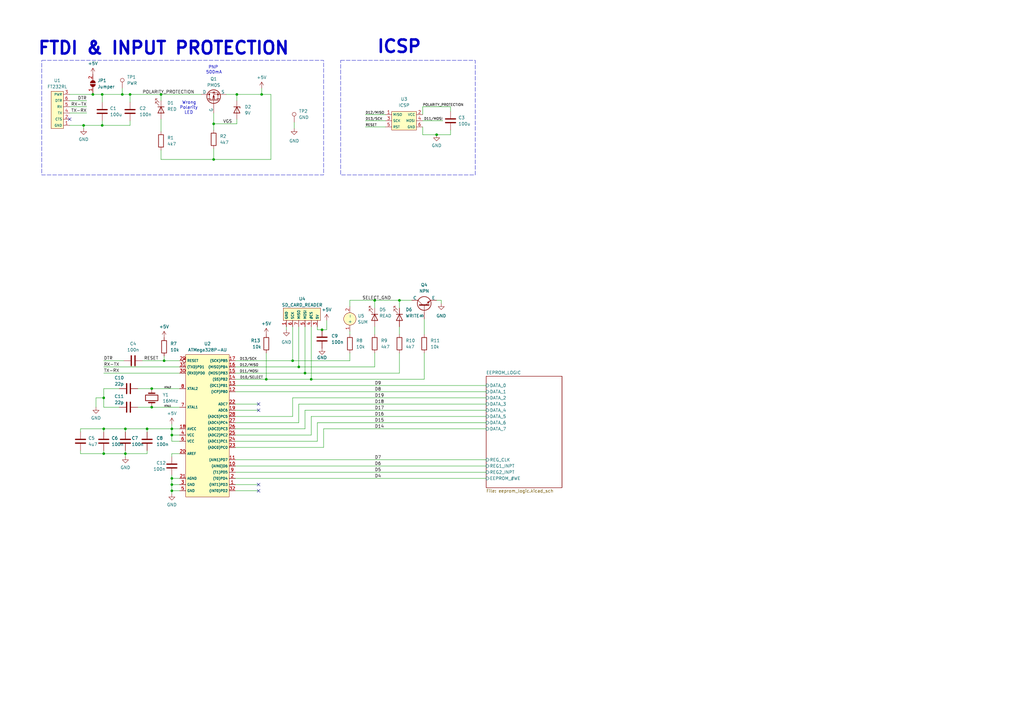
<source format=kicad_sch>
(kicad_sch (version 20230121) (generator eeschema)
  (paper "A3")
  (lib_symbols
    (symbol "Connector:TestPoint" (pin_numbers hide) (pin_names (offset 0.762) hide)
      (property "Reference" "TP" (at 0 6.858 0))
      (property "Value" "TestPoint" (at 0 5.08 0))
      (symbol "TestPoint_0_1"
        (circle (center 0 3.302) (radius 0.762))
      )
      (symbol "TestPoint_1_1"
        (pin passive line (at 0 0 90) (length 2.54) (name "1") (number "1"))
      )
    )
    (symbol "Device:C" (pin_numbers hide) (pin_names (offset 0.254))
      (property "Reference" "C" (at 0.635 2.54 0))
      (property "Value" "C" (at 0.635 -2.54 0))
      (symbol "C_0_1"
        (polyline (pts (xy -2.032 -0.762) (xy 2.032 -0.762)) (stroke (width 0.508)))
        (polyline (pts (xy -2.032 0.762) (xy 2.032 0.762)) (stroke (width 0.508)))
      )
      (symbol "C_1_1"
        (pin passive line (at 0 3.81 270) (length 2.794) (name "~") (number "1"))
        (pin passive line (at 0 -3.81 90) (length 2.794) (name "~") (number "2"))
      )
    )
    (symbol "Device:Crystal" (pin_numbers hide) (pin_names (offset 1.016) hide)
      (property "Reference" "Y" (at 0 3.81 0))
      (property "Value" "Crystal" (at 0 -3.81 0))
      (symbol "Crystal_0_1"
        (rectangle (start -1.143 2.54) (end 1.143 -2.54) (stroke (width 0.3048)))
        (polyline (pts (xy -2.54 0) (xy -1.905 0)))
        (polyline (pts (xy -1.905 -1.27) (xy -1.905 1.27)) (stroke (width 0.508)))
        (polyline (pts (xy 1.905 -1.27) (xy 1.905 1.27)) (stroke (width 0.508)))
        (polyline (pts (xy 2.54 0) (xy 1.905 0)))
      )
      (symbol "Crystal_1_1"
        (pin passive line (at -3.81 0 0) (length 1.27) (name "1") (number "1"))
        (pin passive line (at 3.81 0 180) (length 1.27) (name "2") (number "2"))
      )
    )
    (symbol "Device:D_Zener" (pin_numbers hide) (pin_names (offset 1.016) hide)
      (property "Reference" "D" (at 0 2.54 0))
      (property "Value" "D_Zener" (at 0 -2.54 0))
      (symbol "D_Zener_0_1"
        (polyline (pts (xy 1.27 0) (xy -1.27 0)))
        (polyline (pts (xy -1.27 -1.27) (xy -1.27 1.27) (xy -0.762 1.27)) (stroke (width 0.254)))
        (polyline (pts (xy 1.27 -1.27) (xy 1.27 1.27) (xy -1.27 0) (xy 1.27 -1.27)) (stroke (width 0.254)))
      )
      (symbol "D_Zener_1_1"
        (pin passive line (at -3.81 0 0) (length 2.54) (name "K") (number "1"))
        (pin passive line (at 3.81 0 180) (length 2.54) (name "A") (number "2"))
      )
    )
    (symbol "Device:LED" (pin_numbers hide) (pin_names (offset 1.016) hide)
      (property "Reference" "D" (at 0 2.54 0))
      (property "Value" "LED" (at 0 -2.54 0))
      (symbol "LED_0_1"
        (polyline (pts (xy -1.27 -1.27) (xy -1.27 1.27)) (stroke (width 0.254)))
        (polyline (pts (xy -1.27 0) (xy 1.27 0)))
        (polyline (pts (xy 1.27 -1.27) (xy 1.27 1.27) (xy -1.27 0) (xy 1.27 -1.27)) (stroke (width 0.254)))
        (polyline (pts (xy -3.048 -0.762) (xy -4.572 -2.286) (xy -3.81 -2.286) (xy -4.572 -2.286) (xy -4.572 -1.524)))
        (polyline (pts (xy -1.778 -0.762) (xy -3.302 -2.286) (xy -2.54 -2.286) (xy -3.302 -2.286) (xy -3.302 -1.524)))
      )
      (symbol "LED_1_1"
        (pin passive line (at -3.81 0 0) (length 2.54) (name "K") (number "1"))
        (pin passive line (at 3.81 0 180) (length 2.54) (name "A") (number "2"))
      )
    )
    (symbol "Device:R" (pin_numbers hide) (pin_names (offset 0))
      (property "Reference" "R" (at 2.032 0 90))
      (property "Value" "R" (at 0 0 90))
      (symbol "R_0_1"
        (rectangle (start -1.016 -2.54) (end 1.016 2.54) (stroke (width 0.254)))
      )
      (symbol "R_1_1"
        (pin passive line (at 0 3.81 270) (length 1.27) (name "~") (number "1"))
        (pin passive line (at 0 -3.81 90) (length 1.27) (name "~") (number "2"))
      )
    )
    (symbol "EEPROM_PROGRAMMER:ATMega328P-AU"
      (property "Reference" "U" (at 0 33.02 0))
      (property "Value" "ATMega328P-AU" (at 0 30.48 0))
      (symbol "ATMega328P-AU_1_1"
        (rectangle (start -8.89 29.21) (end 8.89 -29.21) (fill (type background)))
        (pin bidirectional line (at 11.43 -24.13 180) (length 2.54) (name "(INT1)PD3") (number "1"))
        (pin bidirectional line (at 11.43 -16.51 180) (length 2.54) (name "(AIN0)D6") (number "10"))
        (pin bidirectional line (at 11.43 -13.97 180) (length 2.54) (name "(AIN1)PD7") (number "11"))
        (pin bidirectional line (at 11.43 13.97 180) (length 2.54) (name "(ICP)PB0") (number "12"))
        (pin bidirectional line (at 11.43 16.51 180) (length 2.54) (name "(OC1)PB1") (number "13"))
        (pin bidirectional line (at 11.43 19.05 180) (length 2.54) (name "(SS)PB2") (number "14"))
        (pin bidirectional line (at 11.43 21.59 180) (length 2.54) (name "(MOSI)PB3") (number "15"))
        (pin bidirectional line (at 11.43 24.13 180) (length 2.54) (name "(MISO)PB4") (number "16"))
        (pin bidirectional line (at 11.43 26.67 180) (length 2.54) (name "(SCK)PB5") (number "17"))
        (pin input line (at -11.43 -1.27 0) (length 2.54) (name "AVCC") (number "18"))
        (pin bidirectional line (at 11.43 6.35 180) (length 2.54) (name "ADC6") (number "19"))
        (pin bidirectional line (at 11.43 -21.59 180) (length 2.54) (name "(T0)PD4") (number "2"))
        (pin input line (at -11.43 -11.43 0) (length 2.54) (name "AREF") (number "20"))
        (pin input line (at -11.43 -21.59 0) (length 2.54) (name "AGND") (number "21"))
        (pin bidirectional line (at 11.43 8.89 180) (length 2.54) (name "ADC7") (number "22"))
        (pin bidirectional line (at 11.43 -8.89 180) (length 2.54) (name "(ADC0)PC0") (number "23"))
        (pin bidirectional line (at 11.43 -6.35 180) (length 2.54) (name "(ADC1)PC1") (number "24"))
        (pin bidirectional line (at 11.43 -3.81 180) (length 2.54) (name "(ADC2)PC2") (number "25"))
        (pin bidirectional line (at 11.43 -1.27 180) (length 2.54) (name "(ADC3)PC3") (number "26"))
        (pin bidirectional line (at 11.43 1.27 180) (length 2.54) (name "(ADC4)PC4") (number "27"))
        (pin bidirectional line (at 11.43 3.81 180) (length 2.54) (name "(ADC5)PC5") (number "28"))
        (pin input inverted (at -11.43 26.67 0) (length 2.54) (name "RESET") (number "29"))
        (pin input line (at -11.43 -24.13 0) (length 2.54) (name "GND") (number "3"))
        (pin bidirectional line (at -11.43 21.59 0) (length 2.54) (name "(RXD)PD0") (number "30"))
        (pin bidirectional line (at -11.43 24.13 0) (length 2.54) (name "(TXD)PD1") (number "31"))
        (pin bidirectional line (at 11.43 -26.67 180) (length 2.54) (name "(INT0)PD2") (number "32"))
        (pin input line (at -11.43 -3.81 0) (length 2.54) (name "VCC") (number "4"))
        (pin input line (at -11.43 -26.67 0) (length 2.54) (name "GND") (number "5"))
        (pin input line (at -11.43 -6.35 0) (length 2.54) (name "VCC") (number "6"))
        (pin input line (at -11.43 7.62 0) (length 2.54) (name "XTAL1") (number "7"))
        (pin input line (at -11.43 15.24 0) (length 2.54) (name "XTAL2") (number "8"))
        (pin bidirectional line (at 11.43 -19.05 180) (length 2.54) (name "(T1)PD5") (number "9"))
      )
    )
    (symbol "EEPROM_PROGRAMMER:FT232RL"
      (property "Reference" "U" (at 0 6.35 0))
      (property "Value" "FT232RL" (at 0 3.81 0))
      (symbol "FT232RL_1_1"
        (rectangle (start -7.62 2.54) (end 7.62 -2.54) (fill (type background)))
        (pin input line (at -6.35 -5.08 90) (length 2.54) (name "GND") (number "1"))
        (pin input line (at -3.81 -5.08 90) (length 2.54) (name "CTS") (number "2"))
        (pin input line (at 6.35 -5.08 90) (length 2.54) (name "PWR") (number "3"))
        (pin input line (at -1.27 -5.08 90) (length 2.54) (name "TX") (number "4"))
        (pin input line (at 1.27 -5.08 90) (length 2.54) (name "RX") (number "5"))
        (pin input line (at 3.81 -5.08 90) (length 2.54) (name "DTR") (number "6"))
      )
    )
    (symbol "EEPROM_PROGRAMMER:ICSP"
      (property "Reference" "U" (at 0 5.08 0))
      (property "Value" "ICSP" (at 0 7.62 0))
      (symbol "ICSP_1_1"
        (rectangle (start -5.08 3.81) (end 5.08 -3.81) (fill (type background)))
        (pin input line (at -7.62 2.54 0) (length 2.54) (name "MISO") (number "1"))
        (pin input line (at 7.62 2.54 180) (length 2.54) (name "VCC") (number "2"))
        (pin input line (at -7.62 0 0) (length 2.54) (name "SCK") (number "3"))
        (pin input line (at 7.62 0 180) (length 2.54) (name "MOSI") (number "4"))
        (pin input line (at -7.62 -2.54 0) (length 2.54) (name "RST") (number "5"))
        (pin input line (at 7.62 -2.54 180) (length 2.54) (name "GND") (number "6"))
      )
    )
    (symbol "EEPROM_PROGRAMMER:SD_CARD_READER"
      (property "Reference" "U" (at 0 6.35 0))
      (property "Value" "SD_CARD_READER" (at 0 3.81 0))
      (symbol "SD_CARD_READER_1_1"
        (rectangle (start -7.62 2.54) (end 7.62 -2.54) (fill (type background)))
        (pin output line (at -6.35 -5.08 90) (length 2.54) (name "GND") (number "1"))
        (pin output line (at 6.35 -5.08 90) (length 2.54) (name "5V") (number "3"))
        (pin input line (at 3.81 -5.08 90) (length 2.54) (name "#CS") (number "4"))
        (pin input line (at 1.27 -5.08 90) (length 2.54) (name "MOSI") (number "5"))
        (pin input line (at -3.81 -5.08 90) (length 2.54) (name "SCK") (number "6"))
        (pin input line (at -1.27 -5.08 90) (length 2.54) (name "MISO") (number "7"))
      )
    )
    (symbol "EEPROM_PROGRAMMER:Summer"
      (property "Reference" "U" (at 0 5.08 0))
      (property "Value" "Summer" (at 0 3.81 0))
      (symbol "Summer_1_1"
        (circle (center 0 0) (radius 2.54) (fill (type background)))
        (pin input line (at -5.08 0 0) (length 2.54) (name "+") (number "1"))
        (pin input line (at 5.08 0 180) (length 2.54) (name "-") (number "2"))
      )
    )
    (symbol "Jumper:SolderJumper_2_Open" (pin_names (offset 0) hide)
      (property "Reference" "JP" (at 0 2.032 0))
      (property "Value" "SolderJumper_2_Open" (at 0 -2.54 0))
      (symbol "SolderJumper_2_Open_0_1"
        (arc (start -0.254 1.016) (mid -1.2656 0) (end -0.254 -1.016))
        (arc (start -0.254 1.016) (mid -1.2656 0) (end -0.254 -1.016) (fill (type outline)))
        (polyline (pts (xy -0.254 1.016) (xy -0.254 -1.016)))
        (polyline (pts (xy 0.254 1.016) (xy 0.254 -1.016)))
        (arc (start 0.254 -1.016) (mid 1.2656 0) (end 0.254 1.016))
        (arc (start 0.254 -1.016) (mid 1.2656 0) (end 0.254 1.016) (fill (type outline)))
      )
      (symbol "SolderJumper_2_Open_1_1"
        (pin passive line (at -3.81 0 0) (length 2.54) (name "A") (number "1"))
        (pin passive line (at 3.81 0 180) (length 2.54) (name "B") (number "2"))
      )
    )
    (symbol "Simulation_SPICE:NPN" (pin_numbers hide) (pin_names (offset 0))
      (property "Reference" "Q" (at -2.54 7.62 0))
      (property "Value" "NPN" (at -2.54 5.08 0))
      (symbol "NPN_0_1"
        (polyline (pts (xy -2.54 0) (xy 0.635 0)) (stroke (width 0.1524)))
        (polyline (pts (xy 0.635 0.635) (xy 2.54 2.54)))
        (polyline (pts (xy 2.794 -1.27) (xy 2.794 -1.27)) (stroke (width 0.1524)))
        (polyline (pts (xy 2.794 -1.27) (xy 2.794 -1.27)) (stroke (width 0.1524)))
        (polyline (pts (xy 0.635 -0.635) (xy 2.54 -2.54) (xy 2.54 -2.54)))
        (polyline (pts (xy 0.635 1.905) (xy 0.635 -1.905) (xy 0.635 -1.905)) (stroke (width 0.508)))
        (polyline (pts (xy 1.27 -1.778) (xy 1.778 -1.27) (xy 2.286 -2.286) (xy 1.27 -1.778) (xy 1.27 -1.778)) (fill (type outline)))
        (circle (center 1.27 0) (radius 2.8194) (stroke (width 0.254)))
      )
      (symbol "NPN_1_1"
        (pin open_collector line (at 2.54 5.08 270) (length 2.54) (name "C") (number "1"))
        (pin input line (at -5.08 0 0) (length 2.54) (name "B") (number "2"))
        (pin open_emitter line (at 2.54 -5.08 90) (length 2.54) (name "E") (number "3"))
      )
    )
    (symbol "Simulation_SPICE:PMOS" (pin_numbers hide) (pin_names (offset 0))
      (property "Reference" "Q" (at 5.08 1.27 0))
      (property "Value" "PMOS" (at 5.08 -1.27 0))
      (symbol "PMOS_0_1"
        (polyline (pts (xy 0.254 0) (xy -2.54 0)))
        (polyline (pts (xy 0.254 1.905) (xy 0.254 -1.905)) (stroke (width 0.254)))
        (polyline (pts (xy 0.762 -1.27) (xy 0.762 -2.286)) (stroke (width 0.254)))
        (polyline (pts (xy 0.762 0.508) (xy 0.762 -0.508)) (stroke (width 0.254)))
        (polyline (pts (xy 0.762 2.286) (xy 0.762 1.27)) (stroke (width 0.254)))
        (polyline (pts (xy 2.54 2.54) (xy 2.54 1.778)))
        (polyline (pts (xy 2.54 -2.54) (xy 2.54 0) (xy 0.762 0)))
        (polyline (pts (xy 0.762 1.778) (xy 3.302 1.778) (xy 3.302 -1.778) (xy 0.762 -1.778)))
        (polyline (pts (xy 2.286 0) (xy 1.27 0.381) (xy 1.27 -0.381) (xy 2.286 0)) (fill (type outline)))
        (polyline (pts (xy 2.794 -0.508) (xy 2.921 -0.381) (xy 3.683 -0.381) (xy 3.81 -0.254)))
        (polyline (pts (xy 3.302 -0.381) (xy 2.921 0.254) (xy 3.683 0.254) (xy 3.302 -0.381)))
        (circle (center 1.651 0) (radius 2.794) (stroke (width 0.254)))
        (circle (center 2.54 -1.778) (radius 0.254) (fill (type outline)))
        (circle (center 2.54 1.778) (radius 0.254) (fill (type outline)))
      )
      (symbol "PMOS_1_1"
        (pin passive line (at 2.54 5.08 270) (length 2.54) (name "D") (number "1"))
        (pin input line (at -5.08 0 0) (length 2.54) (name "G") (number "2"))
        (pin passive line (at 2.54 -5.08 90) (length 2.54) (name "S") (number "3"))
      )
    )
    (symbol "power:+5V" (power) (pin_names (offset 0))
      (property "Value" "+5V" (at 0 3.556 0))
      (symbol "+5V_0_1"
        (polyline (pts (xy -0.762 1.27) (xy 0 2.54)))
        (polyline (pts (xy 0 0) (xy 0 2.54)))
        (polyline (pts (xy 0 2.54) (xy 0.762 1.27)))
      )
      (symbol "+5V_1_1"
        (pin power_in line (at 0 0 90) (length 0) hide (name "+5V") (number "1"))
      )
    )
    (symbol "power:GND" (power) (pin_names (offset 0))
      (property "Value" "GND" (at 0 -3.81 0))
      (symbol "GND_0_1"
        (polyline (pts (xy 0 0) (xy 0 -1.27) (xy 1.27 -1.27) (xy 0 -2.54) (xy -1.27 -1.27) (xy 0 -1.27)))
      )
      (symbol "GND_1_1"
        (pin power_in line (at 0 0 270) (length 0) hide (name "GND") (number "1"))
      )
    )
  )
  (junction (at 41.91 51.435))
  (junction (at 41.91 38.735))
  (junction (at 42.545 186.055))
  (junction (at 53.34 38.735))
  (junction (at 87.63 50.8))
  (junction (at 42.545 163.195))
  (junction (at 51.435 175.895))
  (junction (at 62.23 167.005))
  (junction (at 122.555 150.495))
  (junction (at 87.63 65.405))
  (junction (at 163.83 123.19))
  (junction (at 66.04 38.735))
  (junction (at 70.485 196.215))
  (junction (at 51.435 186.055))
  (junction (at 153.67 123.19))
  (junction (at 67.31 147.955))
  (junction (at 120.015 147.955))
  (junction (at 125.095 153.035))
  (junction (at 70.485 175.895))
  (junction (at 107.315 38.735))
  (junction (at 179.07 55.245))
  (junction (at 50.165 38.735))
  (junction (at 70.485 178.435))
  (junction (at 38.1 38.735))
  (junction (at 97.155 38.735))
  (junction (at 70.485 201.295))
  (junction (at 34.29 51.435))
  (junction (at 132.08 135.255))
  (junction (at 70.485 198.755))
  (junction (at 109.22 155.575))
  (junction (at 127.635 155.575))
  (junction (at 62.23 159.385))
  (junction (at 42.545 175.895))
  (junction (at 60.325 175.895))
  (no_connect (at 28.575 48.895))
  (no_connect (at 106.045 168.275))
  (no_connect (at 106.045 165.735))
  (no_connect (at 106.045 198.755))
  (no_connect (at 106.045 201.295))
  (wire (pts (xy 120.015 163.195) (xy 199.39 163.195)))
  (wire (pts (xy 87.63 46.355) (xy 87.63 50.8)))
  (wire (pts (xy 42.545 175.895) (xy 33.02 175.895)))
  (wire (pts (xy 53.34 38.735) (xy 66.04 38.735)))
  (wire (pts (xy 184.785 53.34) (xy 184.785 55.245)))
  (wire (pts (xy 96.52 201.295) (xy 106.045 201.295)))
  (wire (pts (xy 60.325 184.785) (xy 60.325 186.055)))
  (wire (pts (xy 70.485 175.895) (xy 73.66 175.895)))
  (wire (pts (xy 184.785 43.815) (xy 184.785 45.72)))
  (wire (pts (xy 50.165 36.195) (xy 50.165 38.735)))
  (wire (pts (xy 97.155 38.735) (xy 107.315 38.735)))
  (wire (pts (xy 70.485 178.435) (xy 70.485 175.895)))
  (wire (pts (xy 163.83 133.985) (xy 163.83 137.16)))
  (wire (pts (xy 96.52 198.755) (xy 106.045 198.755)))
  (wire (pts (xy 70.485 175.895) (xy 70.485 173.99)))
  (wire (pts (xy 38.1 38.735) (xy 41.91 38.735)))
  (wire (pts (xy 149.86 52.07) (xy 158.115 52.07)))
  (wire (pts (xy 173.355 46.99) (xy 173.355 43.815)))
  (wire (pts (xy 60.325 186.055) (xy 51.435 186.055)))
  (wire (pts (xy 132.08 135.255) (xy 130.175 135.255)))
  (wire (pts (xy 66.04 48.895) (xy 66.04 53.975)))
  (wire (pts (xy 33.02 175.895) (xy 33.02 177.165)))
  (wire (pts (xy 163.83 123.19) (xy 163.83 126.365)))
  (wire (pts (xy 51.435 186.055) (xy 51.435 187.325)))
  (wire (pts (xy 87.63 50.8) (xy 87.63 53.34)))
  (wire (pts (xy 96.52 160.655) (xy 199.39 160.655)))
  (wire (pts (xy 125.095 175.895) (xy 125.095 168.275)))
  (wire (pts (xy 70.485 194.945) (xy 70.485 196.215)))
  (wire (pts (xy 70.485 201.295) (xy 70.485 202.565)))
  (wire (pts (xy 96.52 173.355) (xy 122.555 173.355)))
  (wire (pts (xy 60.325 177.165) (xy 60.325 175.895)))
  (wire (pts (xy 111.125 65.405) (xy 87.63 65.405)))
  (wire (pts (xy 73.66 201.295) (xy 70.485 201.295)))
  (wire (pts (xy 133.985 135.255) (xy 132.08 135.255)))
  (wire (pts (xy 122.555 165.735) (xy 199.39 165.735)))
  (wire (pts (xy 120.015 133.985) (xy 120.015 147.955)))
  (wire (pts (xy 132.715 183.515) (xy 132.715 175.895)))
  (wire (pts (xy 143.51 125.73) (xy 143.51 123.19)))
  (wire (pts (xy 73.66 196.215) (xy 70.485 196.215)))
  (wire (pts (xy 53.34 49.53) (xy 53.34 51.435)))
  (wire (pts (xy 153.67 123.19) (xy 163.83 123.19)))
  (wire (pts (xy 66.04 38.735) (xy 66.04 41.275)))
  (wire (pts (xy 66.04 65.405) (xy 87.63 65.405)))
  (wire (pts (xy 67.31 146.05) (xy 67.31 147.955)))
  (wire (pts (xy 66.04 61.595) (xy 66.04 65.405)))
  (wire (pts (xy 143.51 144.78) (xy 143.51 147.955)))
  (wire (pts (xy 96.52 158.115) (xy 199.39 158.115)))
  (wire (pts (xy 60.325 175.895) (xy 70.485 175.895)))
  (wire (pts (xy 109.22 155.575) (xy 127.635 155.575)))
  (wire (pts (xy 130.175 173.355) (xy 199.39 173.355)))
  (wire (pts (xy 48.895 167.005) (xy 42.545 167.005)))
  (wire (pts (xy 56.515 159.385) (xy 62.23 159.385)))
  (wire (pts (xy 42.545 186.055) (xy 42.545 184.785)))
  (wire (pts (xy 96.52 191.135) (xy 199.39 191.135)))
  (wire (pts (xy 97.155 41.275) (xy 97.155 38.735)))
  (wire (pts (xy 96.52 170.815) (xy 120.015 170.815)))
  (wire (pts (xy 143.51 123.19) (xy 153.67 123.19)))
  (wire (pts (xy 173.99 144.78) (xy 173.99 155.575)))
  (wire (pts (xy 127.635 133.985) (xy 127.635 155.575)))
  (wire (pts (xy 163.83 153.035) (xy 163.83 144.78)))
  (wire (pts (xy 120.65 50.165) (xy 120.65 52.705)))
  (wire (pts (xy 96.52 193.675) (xy 199.39 193.675)))
  (wire (pts (xy 180.975 124.46) (xy 180.975 123.19)))
  (wire (pts (xy 96.52 188.595) (xy 199.39 188.595)))
  (wire (pts (xy 122.555 173.355) (xy 122.555 165.735)))
  (wire (pts (xy 130.175 133.985) (xy 130.175 135.255)))
  (wire (pts (xy 97.155 48.895) (xy 97.155 50.8)))
  (wire (pts (xy 143.51 135.89) (xy 143.51 137.16)))
  (wire (pts (xy 96.52 178.435) (xy 127.635 178.435)))
  (wire (pts (xy 62.23 167.005) (xy 73.66 167.005)))
  (wire (pts (xy 70.485 186.055) (xy 70.485 187.325)))
  (wire (pts (xy 132.715 175.895) (xy 199.39 175.895)))
  (wire (pts (xy 173.355 55.245) (xy 173.355 52.07)))
  (wire (pts (xy 96.52 168.275) (xy 106.045 168.275)))
  (wire (pts (xy 184.785 55.245) (xy 179.07 55.245)))
  (wire (pts (xy 87.63 60.96) (xy 87.63 65.405)))
  (wire (pts (xy 96.52 147.955) (xy 120.015 147.955)))
  (wire (pts (xy 122.555 133.985) (xy 122.555 150.495)))
  (wire (pts (xy 111.125 38.735) (xy 111.125 65.405)))
  (wire (pts (xy 96.52 153.035) (xy 125.095 153.035)))
  (wire (pts (xy 42.545 175.895) (xy 42.545 177.165)))
  (wire (pts (xy 70.485 178.435) (xy 73.66 178.435)))
  (wire (pts (xy 107.315 36.195) (xy 107.315 38.735)))
  (wire (pts (xy 125.095 153.035) (xy 163.83 153.035)))
  (wire (pts (xy 82.55 38.735) (xy 66.04 38.735)))
  (wire (pts (xy 28.575 43.815) (xy 35.56 43.815)))
  (wire (pts (xy 173.355 43.815) (xy 184.785 43.815)))
  (wire (pts (xy 53.34 38.735) (xy 53.34 41.91)))
  (wire (pts (xy 122.555 150.495) (xy 153.67 150.495)))
  (wire (pts (xy 28.575 51.435) (xy 34.29 51.435)))
  (wire (pts (xy 62.23 159.385) (xy 73.66 159.385)))
  (wire (pts (xy 127.635 178.435) (xy 127.635 170.815)))
  (wire (pts (xy 153.67 133.985) (xy 153.67 137.16)))
  (wire (pts (xy 70.485 201.295) (xy 70.485 198.755)))
  (wire (pts (xy 133.985 131.445) (xy 133.985 135.255)))
  (wire (pts (xy 120.015 170.815) (xy 120.015 163.195)))
  (wire (pts (xy 73.66 186.055) (xy 70.485 186.055)))
  (wire (pts (xy 181.61 49.53) (xy 173.355 49.53)))
  (wire (pts (xy 58.42 147.955) (xy 67.31 147.955)))
  (wire (pts (xy 42.545 175.895) (xy 51.435 175.895)))
  (wire (pts (xy 41.91 38.735) (xy 50.165 38.735)))
  (wire (pts (xy 38.1 38.1) (xy 38.1 38.735)))
  (wire (pts (xy 48.895 159.385) (xy 42.545 159.385)))
  (wire (pts (xy 127.635 170.815) (xy 199.39 170.815)))
  (wire (pts (xy 173.99 155.575) (xy 127.635 155.575)))
  (wire (pts (xy 109.22 144.78) (xy 109.22 155.575)))
  (wire (pts (xy 179.07 55.245) (xy 173.355 55.245)))
  (wire (pts (xy 96.52 150.495) (xy 122.555 150.495)))
  (wire (pts (xy 173.99 130.81) (xy 173.99 137.16)))
  (wire (pts (xy 96.52 183.515) (xy 132.715 183.515)))
  (wire (pts (xy 96.52 165.735) (xy 106.045 165.735)))
  (wire (pts (xy 33.02 186.055) (xy 42.545 186.055)))
  (wire (pts (xy 42.545 150.495) (xy 73.66 150.495)))
  (wire (pts (xy 42.545 159.385) (xy 42.545 163.195)))
  (wire (pts (xy 96.52 196.215) (xy 199.39 196.215)))
  (wire (pts (xy 70.485 198.755) (xy 73.66 198.755)))
  (wire (pts (xy 96.52 175.895) (xy 125.095 175.895)))
  (wire (pts (xy 179.07 123.19) (xy 180.975 123.19)))
  (wire (pts (xy 120.015 147.955) (xy 143.51 147.955)))
  (wire (pts (xy 163.83 123.19) (xy 168.91 123.19)))
  (wire (pts (xy 125.095 168.275) (xy 199.39 168.275)))
  (wire (pts (xy 60.325 175.895) (xy 51.435 175.895)))
  (wire (pts (xy 107.315 38.735) (xy 111.125 38.735)))
  (wire (pts (xy 28.575 46.355) (xy 35.56 46.355)))
  (wire (pts (xy 73.66 180.975) (xy 70.485 180.975)))
  (wire (pts (xy 149.86 46.99) (xy 158.115 46.99)))
  (wire (pts (xy 50.165 38.735) (xy 53.34 38.735)))
  (wire (pts (xy 39.37 163.195) (xy 39.37 167.005)))
  (wire (pts (xy 51.435 177.165) (xy 51.435 175.895)))
  (wire (pts (xy 34.29 51.435) (xy 41.91 51.435)))
  (wire (pts (xy 130.175 180.975) (xy 130.175 173.355)))
  (wire (pts (xy 51.435 186.055) (xy 42.545 186.055)))
  (wire (pts (xy 67.31 147.955) (xy 73.66 147.955)))
  (wire (pts (xy 42.545 163.195) (xy 39.37 163.195)))
  (wire (pts (xy 96.52 155.575) (xy 109.22 155.575)))
  (wire (pts (xy 41.91 38.735) (xy 41.91 41.91)))
  (wire (pts (xy 53.34 51.435) (xy 41.91 51.435)))
  (wire (pts (xy 33.02 184.785) (xy 33.02 186.055)))
  (wire (pts (xy 51.435 184.785) (xy 51.435 186.055)))
  (wire (pts (xy 41.91 49.53) (xy 41.91 51.435)))
  (wire (pts (xy 153.67 123.19) (xy 153.67 126.365)))
  (wire (pts (xy 70.485 196.215) (xy 70.485 198.755)))
  (wire (pts (xy 42.545 153.035) (xy 73.66 153.035)))
  (wire (pts (xy 117.475 133.985) (xy 117.475 135.255)))
  (wire (pts (xy 34.29 52.705) (xy 34.29 51.435)))
  (wire (pts (xy 125.095 133.985) (xy 125.095 153.035)))
  (wire (pts (xy 97.155 38.735) (xy 92.71 38.735)))
  (wire (pts (xy 28.575 41.275) (xy 35.56 41.275)))
  (wire (pts (xy 158.115 49.53) (xy 149.86 49.53)))
  (wire (pts (xy 42.545 163.195) (xy 42.545 167.005)))
  (wire (pts (xy 153.67 150.495) (xy 153.67 144.78)))
  (wire (pts (xy 42.545 147.955) (xy 50.8 147.955)))
  (wire (pts (xy 70.485 180.975) (xy 70.485 178.435)))
  (wire (pts (xy 96.52 180.975) (xy 130.175 180.975)))
  (wire (pts (xy 28.575 38.735) (xy 38.1 38.735)))
  (wire (pts (xy 56.515 167.005) (xy 62.23 167.005)))
  (wire (pts (xy 97.155 50.8) (xy 87.63 50.8)))
  (rectangle (start 17.145 24.765) (end 132.715 71.755) (stroke (width 0) (type dash)))
  (rectangle (start 139.7 24.765) (end 194.945 71.755) (stroke (width 0) (type dash)))
  (text "ICSP" (at 154.305 22.225 0) (effects (font (size 5.12 5.12) (thickness 1.024) bold) (justify left bottom)))
  (text " PNP\n500mA" (at 84.455 30.48 0) (effects (font (size 1.27 1.27)) (justify left bottom)))
  (text "FTDI & INPUT PROTECTION" (at 15.24 22.86 0) (effects (font (size 5.12 5.12) (thickness 1.024) bold) (justify left bottom)))
  (text " Wrong\nPolarity \n  LED" (at 73.66 46.99 0) (effects (font (size 1.27 1.27)) (justify left bottom)))
  (label "D15" (at 153.67 173.355 0))
  (label "D12{slash}MISO" (at 149.86 46.99 0) (effects (font (size 1 1))))
  (label "D8" (at 153.67 160.655 0))
  (label "D10{slash}SELECT" (at 98.425 155.575 0) (effects (font (size 1 1))))
  (label "D9" (at 153.67 158.115 0))
  (label "RX-TX" (at 35.56 43.815 180))
  (label "D16" (at 153.67 170.815 0))
  (label "D19" (at 153.67 163.195 0))
  (label "POLARITY_PROTECTION" (at 58.42 38.735 0))
  (label "D13{slash}SCK" (at 149.86 49.53 0) (effects (font (size 1 1))))
  (label "D5" (at 153.67 193.675 0))
  (label "RESET" (at 149.86 52.07 0) (effects (font (size 1 1))))
  (label "XTAL1" (at 67.31 167.005 0) (effects (font (size 0.63 0.63))))
  (label "RX-TX" (at 42.545 150.495 0))
  (label "D18" (at 153.67 165.735 0))
  (label "D17" (at 153.67 168.275 0))
  (label "D12{slash}MISO" (at 106.045 150.495 180) (effects (font (size 1 1))))
  (label "D11{slash}MOSI" (at 181.61 49.53 180) (effects (font (size 1 1))))
  (label "DTR" (at 42.545 147.955 0))
  (label "POLARITY_PROTECTION" (at 173.355 43.815 0) (effects (font (size 1 1))))
  (label "D6" (at 153.67 191.135 0))
  (label "D14" (at 153.67 175.895 0))
  (label "TX-RX" (at 42.545 153.035 0))
  (label "TX-RX" (at 35.56 46.355 180))
  (label "D7" (at 153.67 188.595 0))
  (label "SELECT_GND" (at 148.59 123.19 0))
  (label "D11{slash}MOSI" (at 106.045 153.035 180) (effects (font (size 1 1))))
  (label "DTR" (at 35.56 41.275 180))
  (label "RESET" (at 59.055 147.955 0))
  (label "D13{slash}SCK" (at 105.41 147.955 180) (effects (font (size 1 1))))
  (label "VGS" (at 91.44 50.8 0))
  (label "D4" (at 153.67 196.215 0))
  (label "XTAL2" (at 67.31 159.385 0) (effects (font (size 0.63 0.63))))
  (symbol (lib_id "Device:LED") (at 153.67 130.175 270) (unit 1)
    (property "Reference" "D5" (at 155.575 127 90) (effects (justify left)))
    (property "Value" "READ" (at 155.575 129.54 90) (effects (justify left)))
    (property "Footprint" "LED_SMD:LED_0805_2012Metric_Pad1.15x1.40mm_HandSolder" (effects hide))
  )
  (symbol (lib_id "power:GND") (at 70.485 202.565 0) (unit 1)
    (property "Reference" "#PWR04" (effects hide))
    (property "Value" "GND" (at 70.485 207.01 0))
  )
  (symbol (lib_id "Device:C") (at 60.325 180.975 180) (unit 1)
    (property "Reference" "C8" (at 64.135 179.705 0) (effects (justify right)))
    (property "Value" "100n" (at 64.135 182.245 0) (effects (justify right)))
    (property "Footprint" "Capacitor_SMD:C_0805_2012Metric_Pad1.18x1.45mm_HandSolder" (effects hide))
  )
  (symbol (lib_id "Device:C") (at 54.61 147.955 90) (unit 1)
    (property "Reference" "C4" (at 54.61 140.97 90))
    (property "Value" "100n" (at 54.61 143.51 90))
    (property "Footprint" "Capacitor_SMD:C_0805_2012Metric_Pad1.18x1.45mm_HandSolder" (effects hide))
  )
  (symbol (lib_id "Simulation_SPICE:NPN") (at 173.99 125.73 90) (unit 1)
    (property "Reference" "Q4" (at 173.99 116.84 90))
    (property "Value" "NPN" (at 173.99 119.38 90))
    (property "Footprint" "Package_TO_SOT_SMD:SOT-23" (effects hide))
    (property "Sim.Device" "NPN" (effects hide))
    (property "Sim.Type" "GUMMELPOON" (effects hide))
    (property "Sim.Pins" "1=C 2=B 3=E" (effects hide))
  )
  (symbol (lib_id "power:+5V") (at 67.31 138.43 0) (unit 1)
    (property "Reference" "#PWR07" (effects hide))
    (property "Value" "+5V" (at 67.31 133.985 0))
  )
  (symbol (lib_id "power:GND") (at 179.07 55.245 0) (unit 1)
    (property "Reference" "#PWR09" (effects hide))
    (property "Value" "GND" (at 179.07 59.69 0))
  )
  (symbol (lib_id "Device:D_Zener") (at 97.155 45.085 270) (unit 1)
    (property "Reference" "D2" (at 100.33 43.815 90) (effects (justify left)))
    (property "Value" "9V" (at 100.33 46.355 90) (effects (justify left)))
    (property "Footprint" "Diode_THT:D_DO-35_SOD27_P3.81mm_Vertical_AnodeUp" (effects hide))
  )
  (symbol (lib_id "EEPROM_PROGRAMMER:ICSP") (at 165.735 49.53 0) (unit 1)
    (property "Reference" "U3" (at 165.735 40.64 0))
    (property "Value" "ICSP" (at 165.735 43.18 0))
    (property "Footprint" "EEPROM_PROGRAMMER:ICSP" (effects hide))
  )
  (symbol (lib_id "Device:C") (at 42.545 180.975 180) (unit 1)
    (property "Reference" "C6" (at 45.72 179.705 0) (effects (justify right)))
    (property "Value" "100n" (at 45.72 182.245 0) (effects (justify right)))
    (property "Footprint" "Capacitor_SMD:C_0805_2012Metric_Pad1.18x1.45mm_HandSolder" (effects hide))
  )
  (symbol (lib_id "power:GND") (at 120.65 52.705 0) (unit 1)
    (property "Reference" "#PWR03" (effects hide))
    (property "Value" "GND" (at 120.65 57.785 0))
  )
  (symbol (lib_id "Device:C") (at 70.485 191.135 180) (unit 1)
    (property "Reference" "C12" (at 64.135 189.865 0) (effects (justify right)))
    (property "Value" "100n" (at 62.865 192.405 0) (effects (justify right)))
    (property "Footprint" "Capacitor_SMD:C_0805_2012Metric_Pad1.18x1.45mm_HandSolder" (effects hide))
  )
  (symbol (lib_id "Device:R") (at 67.31 142.24 0) (unit 1)
    (property "Reference" "R7" (at 69.85 140.97 0) (effects (justify left)))
    (property "Value" "10k" (at 69.85 143.51 0) (effects (justify left)))
    (property "Footprint" "Resistor_SMD:R_0805_2012Metric_Pad1.20x1.40mm_HandSolder" (effects hide))
  )
  (symbol (lib_id "Device:R") (at 109.22 140.97 0) (unit 1)
    (property "Reference" "R13" (at 102.87 139.7 0) (effects (justify left)))
    (property "Value" "10k" (at 103.505 142.24 0) (effects (justify left)))
    (property "Footprint" "Resistor_SMD:R_0805_2012Metric_Pad1.20x1.40mm_HandSolder" (effects hide))
  )
  (symbol (lib_id "Jumper:SolderJumper_2_Open") (at 38.1 34.29 90) (unit 1)
    (property "Reference" "JP1" (at 40.005 33.02 90) (effects (justify right)))
    (property "Value" "Jumper" (at 40.005 35.56 90) (effects (justify right)))
    (property "Footprint" "Jumper:SolderJumper-2_P1.3mm_Open_TrianglePad1.0x1.5mm" (effects hide))
  )
  (symbol (lib_id "Device:R") (at 143.51 140.97 0) (unit 1)
    (property "Reference" "R8" (at 146.05 139.7 0) (effects (justify left)))
    (property "Value" "10k" (at 146.05 142.24 0) (effects (justify left)))
    (property "Footprint" "Resistor_SMD:R_0805_2012Metric_Pad1.20x1.40mm_HandSolder" (effects hide))
  )
  (symbol (lib_id "power:+5V") (at 38.1 30.48 0) (unit 1)
    (property "Reference" "#PWR047" (effects hide))
    (property "Value" "+5V" (at 38.1 26.035 0))
  )
  (symbol (lib_id "power:GND") (at 117.475 135.255 0) (unit 1)
    (property "Reference" "#PWR012" (effects hide))
    (property "Value" "GND" (at 117.475 140.335 0))
  )
  (symbol (lib_id "EEPROM_PROGRAMMER:Summer") (at 143.51 130.81 90) (unit 1)
    (property "Reference" "U5" (at 146.685 129.54 90) (effects (justify right)))
    (property "Value" "SUM" (at 146.685 132.08 90) (effects (justify right)))
    (property "Footprint" "EEPROM_PROGRAMMER:Summer" (effects hide))
    (property "Datasheet" "https://www.electrokit.com/piezoelement-12x9.5mm-aktiv" (effects hide))
  )
  (symbol (lib_id "Device:C") (at 132.08 139.065 180) (unit 1)
    (property "Reference" "C9" (at 135.89 137.795 0) (effects (justify right)))
    (property "Value" "100n" (at 135.89 140.335 0) (effects (justify right)))
    (property "Footprint" "Capacitor_SMD:C_0805_2012Metric_Pad1.18x1.45mm_HandSolder" (effects hide))
  )
  (symbol (lib_id "Device:LED") (at 66.04 45.085 270) (unit 1)
    (property "Reference" "D1" (at 68.58 42.2275 90) (effects (justify left)))
    (property "Value" "RED" (at 68.58 44.7675 90) (effects (justify left)))
    (property "Footprint" "LED_SMD:LED_0805_2012Metric_Pad1.15x1.40mm_HandSolder" (effects hide))
  )
  (symbol (lib_id "Simulation_SPICE:PMOS") (at 87.63 41.275 90) (unit 1)
    (property "Reference" "Q1" (at 87.63 32.385 90))
    (property "Value" "PMOS" (at 87.63 34.925 90))
    (property "Footprint" "Package_TO_SOT_SMD:SOT-23" (effects hide))
    (property "Datasheet" "https://ngspice.sourceforge.io/docs/ngspice-manual.pdf" (effects hide))
    (property "Sim.Device" "PMOS" (effects hide))
    (property "Sim.Type" "VDMOS" (effects hide))
    (property "Sim.Pins" "1=D 2=G 3=S" (effects hide))
  )
  (symbol (lib_id "power:GND") (at 132.08 142.875 0) (unit 1)
    (property "Reference" "#PWR049" (effects hide))
    (property "Value" "GND" (at 132.08 146.685 0))
  )
  (symbol (lib_id "Device:C") (at 41.91 45.72 0) (unit 1)
    (property "Reference" "C1" (at 45.085 44.45 0) (effects (justify left)))
    (property "Value" "100u" (at 45.085 46.99 0) (effects (justify left)))
    (property "Footprint" "Capacitor_THT:CP_Radial_D6.3mm_P2.50mm" (effects hide))
  )
  (symbol (lib_id "power:+5V") (at 70.485 173.99 0) (unit 1)
    (property "Reference" "#PWR05" (effects hide))
    (property "Value" "+5V" (at 70.485 169.545 0))
  )
  (symbol (lib_id "Connector:TestPoint") (at 120.65 50.165 0) (unit 1)
    (property "Reference" "TP2" (at 122.555 45.593 0) (effects (justify left)))
    (property "Value" "GND" (at 122.555 48.133 0) (effects (justify left)))
    (property "Footprint" "TestPoint:TestPoint_Keystone_5005-5009_Compact" (effects hide))
  )
  (symbol (lib_id "power:GND") (at 34.29 52.705 0) (unit 1)
    (property "Reference" "#PWR01" (effects hide))
    (property "Value" "GND" (at 34.29 57.15 0))
  )
  (symbol (lib_id "Device:R") (at 173.99 140.97 0) (unit 1)
    (property "Reference" "R11" (at 176.53 139.7 0) (effects (justify left)))
    (property "Value" "10k" (at 176.53 142.24 0) (effects (justify left)))
    (property "Footprint" "Resistor_SMD:R_0805_2012Metric_Pad1.20x1.40mm_HandSolder" (effects hide))
  )
  (symbol (lib_id "Device:Crystal") (at 62.23 163.195 90) (unit 1)
    (property "Reference" "Y1" (at 66.675 161.925 90) (effects (justify right)))
    (property "Value" "16MHz" (at 66.675 164.465 90) (effects (justify right)))
    (property "Footprint" "EEPROM_PROGRAMMER:Crystal" (effects hide))
  )
  (symbol (lib_id "EEPROM_PROGRAMMER:FT232RL") (at 23.495 45.085 90) (unit 1)
    (property "Reference" "U1" (at 23.495 33.02 90))
    (property "Value" "FT232RL" (at 23.495 35.56 90))
    (property "Footprint" "EEPROM_PROGRAMMER:FT232RL" (effects hide))
    (property "Datasheet" "https://www.electrokit.com/upload/product/12201/12201001/FTDI_Basic-v21-5V.pdf" (effects hide))
  )
  (symbol (lib_id "Device:C") (at 52.705 167.005 90) (unit 1)
    (property "Reference" "C11" (at 48.895 162.56 90))
    (property "Value" "22p" (at 48.895 165.1 90))
    (property "Footprint" "Capacitor_SMD:C_0805_2012Metric_Pad1.18x1.45mm_HandSolder" (effects hide))
  )
  (symbol (lib_id "Device:R") (at 153.67 140.97 0) (unit 1)
    (property "Reference" "R9" (at 156.21 139.7 0) (effects (justify left)))
    (property "Value" "4k7" (at 156.21 142.24 0) (effects (justify left)))
    (property "Footprint" "Resistor_SMD:R_0805_2012Metric_Pad1.20x1.40mm_HandSolder" (effects hide))
  )
  (symbol (lib_id "power:GND") (at 39.37 167.005 0) (unit 1)
    (property "Reference" "#PWR06" (effects hide))
    (property "Value" "GND" (at 39.37 171.45 0))
  )
  (symbol (lib_id "EEPROM_PROGRAMMER:SD_CARD_READER") (at 123.825 128.905 0) (unit 1)
    (property "Reference" "U4" (at 122.555 122.555 0) (effects (justify left)))
    (property "Value" "SD_CARD_READER" (at 115.57 125.095 0) (effects (justify left)))
    (property "Footprint" "EEPROM_PROGRAMMER:SD_CARD_READER" (effects hide))
    (property "Datasheet" "https://www.electrokit.com/upload/product/41015/41015739/41015739_-_SD_Card_Module.pdf" (effects hide))
  )
  (symbol (lib_id "Device:C") (at 53.34 45.72 0) (unit 1)
    (property "Reference" "C2" (at 57.15 44.45 0) (effects (justify left)))
    (property "Value" "100n" (at 57.15 46.99 0) (effects (justify left)))
    (property "Footprint" "Capacitor_SMD:C_0805_2012Metric_Pad1.18x1.45mm_HandSolder" (effects hide))
  )
  (symbol (lib_id "power:+5V") (at 107.315 36.195 0) (unit 1)
    (property "Reference" "#PWR02" (effects hide))
    (property "Value" "+5V" (at 107.315 31.75 0))
  )
  (symbol (lib_id "Device:R") (at 66.04 57.785 0) (unit 1)
    (property "Reference" "R1" (at 68.58 56.515 0) (effects (justify left)))
    (property "Value" "4k7" (at 68.58 59.055 0) (effects (justify left)))
    (property "Footprint" "Resistor_SMD:R_0805_2012Metric_Pad1.20x1.40mm_HandSolder" (effects hide))
  )
  (symbol (lib_id "power:+5V") (at 109.22 137.16 0) (unit 1)
    (property "Reference" "#PWR050" (effects hide))
    (property "Value" "+5V" (at 109.22 132.715 0))
  )
  (symbol (lib_id "Device:C") (at 33.02 180.975 180) (unit 1)
    (property "Reference" "C5" (at 36.195 179.705 0) (effects (justify right)))
    (property "Value" "4u7" (at 36.195 182.245 0) (effects (justify right)))
    (property "Footprint" "Capacitor_SMD:C_0805_2012Metric_Pad1.18x1.45mm_HandSolder" (effects hide))
  )
  (symbol (lib_id "Device:C") (at 184.785 49.53 0) (unit 1)
    (property "Reference" "C3" (at 187.96 48.26 0) (effects (justify left)))
    (property "Value" "100u" (at 187.96 50.8 0) (effects (justify left)))
    (property "Footprint" "Capacitor_THT:CP_Radial_D6.3mm_P2.50mm" (effects hide))
  )
  (symbol (lib_id "Device:LED") (at 163.83 130.175 270) (unit 1)
    (property "Reference" "D6" (at 166.37 127 90) (effects (justify left)))
    (property "Value" "WRITE" (at 166.37 129.54 90) (effects (justify left)))
    (property "Footprint" "LED_SMD:LED_0805_2012Metric_Pad1.15x1.40mm_HandSolder" (effects hide))
  )
  (symbol (lib_id "Device:C") (at 52.705 159.385 90) (unit 1)
    (property "Reference" "C10" (at 48.895 154.94 90))
    (property "Value" "22p" (at 48.895 157.48 90))
    (property "Footprint" "Capacitor_SMD:C_0805_2012Metric_Pad1.18x1.45mm_HandSolder" (effects hide))
  )
  (symbol (lib_id "power:GND") (at 51.435 187.325 0) (unit 1)
    (property "Reference" "#PWR010" (effects hide))
    (property "Value" "GND" (at 51.435 191.77 0))
  )
  (symbol (lib_id "power:+5V") (at 133.985 131.445 0) (unit 1)
    (property "Reference" "#PWR062" (effects hide))
    (property "Value" "+5V" (at 133.985 127 0))
  )
  (symbol (lib_id "power:GND") (at 180.975 124.46 0) (unit 1)
    (property "Reference" "#PWR013" (effects hide))
    (property "Value" "GND" (at 180.975 129.54 0))
  )
  (symbol (lib_id "Connector:TestPoint") (at 50.165 36.195 0) (unit 1)
    (property "Reference" "TP1" (at 52.07 31.623 0) (effects (justify left)))
    (property "Value" "PWR" (at 52.07 34.163 0) (effects (justify left)))
    (property "Footprint" "TestPoint:TestPoint_Keystone_5005-5009_Compact" (effects hide))
  )
  (symbol (lib_id "Device:R") (at 87.63 57.15 0) (unit 1)
    (property "Reference" "R2" (at 90.17 55.88 0) (effects (justify left)))
    (property "Value" "4k7" (at 90.17 58.42 0) (effects (justify left)))
    (property "Footprint" "Resistor_SMD:R_0805_2012Metric_Pad1.20x1.40mm_HandSolder" (effects hide))
  )
  (symbol (lib_id "EEPROM_PROGRAMMER:ATMega328P-AU") (at 85.09 174.625 0) (unit 1)
    (property "Reference" "U2" (at 85.09 140.97 0))
    (property "Value" "ATMega328P-AU" (at 85.09 143.51 0))
    (property "Footprint" "EEPROM_PROGRAMMER:ATMega328P-AU" (effects hide))
    (property "Datasheet" "https://www.electrokit.com/upload/product/41012/41012174/0900766b80db4deb.pdf" (effects hide))
  )
  (symbol (lib_id "Device:C") (at 51.435 180.975 180) (unit 1)
    (property "Reference" "C7" (at 53.975 179.705 0) (effects (justify right)))
    (property "Value" "100n" (at 53.975 182.245 0) (effects (justify right)))
    (property "Footprint" "Capacitor_SMD:C_0805_2012Metric_Pad1.18x1.45mm_HandSolder" (effects hide))
  )
  (symbol (lib_id "Device:R") (at 163.83 140.97 0) (unit 1)
    (property "Reference" "R10" (at 166.37 139.7 0) (effects (justify left)))
    (property "Value" "4k7" (at 166.37 142.24 0) (effects (justify left)))
    (property "Footprint" "Resistor_SMD:R_0805_2012Metric_Pad1.20x1.40mm_HandSolder" (effects hide))
  )
  (sheet (at 199.39 154.305) (size 31.115 45.72) (stroke (width 0.1524))
    (property "Sheetname" "EEPROM_LOGIC" (at 199.39 153.5934 0) (effects (justify left bottom)))
    (property "Sheetfile" "eeprom_logic.kicad_sch" (at 199.39 200.6096 0) (effects (justify left top)))
    (pin "EEPROM_#WE" input (at 199.39 196.215 180))
    (pin "REG1_INPT" input (at 199.39 191.135 180))
    (pin "REG_CLK" input (at 199.39 188.595 180))
    (pin "DATA_7" input (at 199.39 175.895 180))
    (pin "DATA_5" input (at 199.39 170.815 180))
    (pin "DATA_6" input (at 199.39 173.355 180))
    (pin "DATA_1" input (at 199.39 160.655 180))
    (pin "DATA_4" input (at 199.39 168.275 180))
    (pin "DATA_0" input (at 199.39 158.115 180))
    (pin "DATA_3" input (at 199.39 165.735 180))
    (pin "DATA_2" input (at 199.39 163.195 180))
    (pin "REG2_INPT" input (at 199.39 193.675 180))
  )
)
</source>
